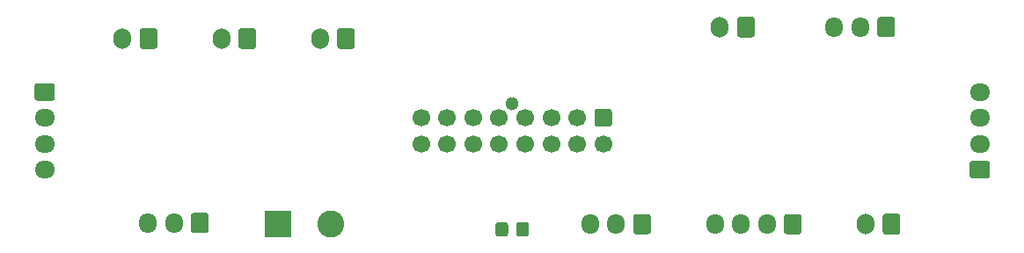
<source format=gts>
G04 #@! TF.GenerationSoftware,KiCad,Pcbnew,(5.1.12)-1*
G04 #@! TF.CreationDate,2022-01-06T15:04:26+01:00*
G04 #@! TF.ProjectId,V0-UmbilicalBoard,56302d55-6d62-4696-9c69-63616c426f61,rev?*
G04 #@! TF.SameCoordinates,Original*
G04 #@! TF.FileFunction,Soldermask,Top*
G04 #@! TF.FilePolarity,Negative*
%FSLAX46Y46*%
G04 Gerber Fmt 4.6, Leading zero omitted, Abs format (unit mm)*
G04 Created by KiCad (PCBNEW (5.1.12)-1) date 2022-01-06 15:04:26*
%MOMM*%
%LPD*%
G01*
G04 APERTURE LIST*
%ADD10C,1.300000*%
%ADD11C,1.700000*%
%ADD12O,1.700000X1.950000*%
%ADD13O,1.950000X1.700000*%
%ADD14C,2.600000*%
%ADD15R,2.600000X2.600000*%
%ADD16O,1.700000X2.000000*%
G04 APERTURE END LIST*
D10*
X100000000Y-97410000D03*
D11*
X91250000Y-101250000D03*
X93750000Y-101250000D03*
X96250000Y-101250000D03*
X98750000Y-101250000D03*
X101250000Y-101250000D03*
X103750000Y-101250000D03*
X106250000Y-101250000D03*
X108750000Y-101250000D03*
X91250000Y-98750000D03*
X93750000Y-98750000D03*
X96250000Y-98750000D03*
X98750000Y-98750000D03*
X101250000Y-98750000D03*
X103750000Y-98750000D03*
X106250000Y-98750000D03*
G36*
G01*
X108150000Y-97900000D02*
X109350000Y-97900000D01*
G75*
G02*
X109600000Y-98150000I0J-250000D01*
G01*
X109600000Y-99350000D01*
G75*
G02*
X109350000Y-99600000I-250000J0D01*
G01*
X108150000Y-99600000D01*
G75*
G02*
X107900000Y-99350000I0J250000D01*
G01*
X107900000Y-98150000D01*
G75*
G02*
X108150000Y-97900000I250000J0D01*
G01*
G37*
D12*
X107500000Y-109000000D03*
X110000000Y-109000000D03*
G36*
G01*
X113350000Y-108275000D02*
X113350000Y-109725000D01*
G75*
G02*
X113100000Y-109975000I-250000J0D01*
G01*
X111900000Y-109975000D01*
G75*
G02*
X111650000Y-109725000I0J250000D01*
G01*
X111650000Y-108275000D01*
G75*
G02*
X111900000Y-108025000I250000J0D01*
G01*
X113100000Y-108025000D01*
G75*
G02*
X113350000Y-108275000I0J-250000D01*
G01*
G37*
X64928000Y-108890000D03*
X67428000Y-108890000D03*
G36*
G01*
X70778000Y-108165000D02*
X70778000Y-109615000D01*
G75*
G02*
X70528000Y-109865000I-250000J0D01*
G01*
X69328000Y-109865000D01*
G75*
G02*
X69078000Y-109615000I0J250000D01*
G01*
X69078000Y-108165000D01*
G75*
G02*
X69328000Y-107915000I250000J0D01*
G01*
X70528000Y-107915000D01*
G75*
G02*
X70778000Y-108165000I0J-250000D01*
G01*
G37*
D13*
X55000000Y-103750000D03*
X55000000Y-101250000D03*
X55000000Y-98750000D03*
G36*
G01*
X54275000Y-95400000D02*
X55725000Y-95400000D01*
G75*
G02*
X55975000Y-95650000I0J-250000D01*
G01*
X55975000Y-96850000D01*
G75*
G02*
X55725000Y-97100000I-250000J0D01*
G01*
X54275000Y-97100000D01*
G75*
G02*
X54025000Y-96850000I0J250000D01*
G01*
X54025000Y-95650000D01*
G75*
G02*
X54275000Y-95400000I250000J0D01*
G01*
G37*
X145000000Y-96250000D03*
X145000000Y-98750000D03*
X145000000Y-101250000D03*
G36*
G01*
X145725000Y-104600000D02*
X144275000Y-104600000D01*
G75*
G02*
X144025000Y-104350000I0J250000D01*
G01*
X144025000Y-103150000D01*
G75*
G02*
X144275000Y-102900000I250000J0D01*
G01*
X145725000Y-102900000D01*
G75*
G02*
X145975000Y-103150000I0J-250000D01*
G01*
X145975000Y-104350000D01*
G75*
G02*
X145725000Y-104600000I-250000J0D01*
G01*
G37*
D12*
X131000000Y-90000000D03*
X133500000Y-90000000D03*
G36*
G01*
X136850000Y-89275000D02*
X136850000Y-90725000D01*
G75*
G02*
X136600000Y-90975000I-250000J0D01*
G01*
X135400000Y-90975000D01*
G75*
G02*
X135150000Y-90725000I0J250000D01*
G01*
X135150000Y-89275000D01*
G75*
G02*
X135400000Y-89025000I250000J0D01*
G01*
X136600000Y-89025000D01*
G75*
G02*
X136850000Y-89275000I0J-250000D01*
G01*
G37*
D14*
X82500000Y-109000000D03*
D15*
X77420000Y-109000000D03*
D12*
X119500000Y-109000000D03*
X122000000Y-109000000D03*
X124500000Y-109000000D03*
G36*
G01*
X127850000Y-108275000D02*
X127850000Y-109725000D01*
G75*
G02*
X127600000Y-109975000I-250000J0D01*
G01*
X126400000Y-109975000D01*
G75*
G02*
X126150000Y-109725000I0J250000D01*
G01*
X126150000Y-108275000D01*
G75*
G02*
X126400000Y-108025000I250000J0D01*
G01*
X127600000Y-108025000D01*
G75*
G02*
X127850000Y-108275000I0J-250000D01*
G01*
G37*
D16*
X134000000Y-109000000D03*
G36*
G01*
X137350000Y-108250000D02*
X137350000Y-109750000D01*
G75*
G02*
X137100000Y-110000000I-250000J0D01*
G01*
X135900000Y-110000000D01*
G75*
G02*
X135650000Y-109750000I0J250000D01*
G01*
X135650000Y-108250000D01*
G75*
G02*
X135900000Y-108000000I250000J0D01*
G01*
X137100000Y-108000000D01*
G75*
G02*
X137350000Y-108250000I0J-250000D01*
G01*
G37*
X120000000Y-90000000D03*
G36*
G01*
X123350000Y-89250000D02*
X123350000Y-90750000D01*
G75*
G02*
X123100000Y-91000000I-250000J0D01*
G01*
X121900000Y-91000000D01*
G75*
G02*
X121650000Y-90750000I0J250000D01*
G01*
X121650000Y-89250000D01*
G75*
G02*
X121900000Y-89000000I250000J0D01*
G01*
X123100000Y-89000000D01*
G75*
G02*
X123350000Y-89250000I0J-250000D01*
G01*
G37*
X62500000Y-91110000D03*
G36*
G01*
X65850000Y-90360000D02*
X65850000Y-91860000D01*
G75*
G02*
X65600000Y-92110000I-250000J0D01*
G01*
X64400000Y-92110000D01*
G75*
G02*
X64150000Y-91860000I0J250000D01*
G01*
X64150000Y-90360000D01*
G75*
G02*
X64400000Y-90110000I250000J0D01*
G01*
X65600000Y-90110000D01*
G75*
G02*
X65850000Y-90360000I0J-250000D01*
G01*
G37*
X81500000Y-91110000D03*
G36*
G01*
X84850000Y-90360000D02*
X84850000Y-91860000D01*
G75*
G02*
X84600000Y-92110000I-250000J0D01*
G01*
X83400000Y-92110000D01*
G75*
G02*
X83150000Y-91860000I0J250000D01*
G01*
X83150000Y-90360000D01*
G75*
G02*
X83400000Y-90110000I250000J0D01*
G01*
X84600000Y-90110000D01*
G75*
G02*
X84850000Y-90360000I0J-250000D01*
G01*
G37*
X72000000Y-91110000D03*
G36*
G01*
X75350000Y-90360000D02*
X75350000Y-91860000D01*
G75*
G02*
X75100000Y-92110000I-250000J0D01*
G01*
X73900000Y-92110000D01*
G75*
G02*
X73650000Y-91860000I0J250000D01*
G01*
X73650000Y-90360000D01*
G75*
G02*
X73900000Y-90110000I250000J0D01*
G01*
X75100000Y-90110000D01*
G75*
G02*
X75350000Y-90360000I0J-250000D01*
G01*
G37*
G36*
G01*
X100400000Y-109950001D02*
X100400000Y-109049999D01*
G75*
G02*
X100649999Y-108800000I249999J0D01*
G01*
X101350001Y-108800000D01*
G75*
G02*
X101600000Y-109049999I0J-249999D01*
G01*
X101600000Y-109950001D01*
G75*
G02*
X101350001Y-110200000I-249999J0D01*
G01*
X100649999Y-110200000D01*
G75*
G02*
X100400000Y-109950001I0J249999D01*
G01*
G37*
G36*
G01*
X98400000Y-109950001D02*
X98400000Y-109049999D01*
G75*
G02*
X98649999Y-108800000I249999J0D01*
G01*
X99350001Y-108800000D01*
G75*
G02*
X99600000Y-109049999I0J-249999D01*
G01*
X99600000Y-109950001D01*
G75*
G02*
X99350001Y-110200000I-249999J0D01*
G01*
X98649999Y-110200000D01*
G75*
G02*
X98400000Y-109950001I0J249999D01*
G01*
G37*
M02*

</source>
